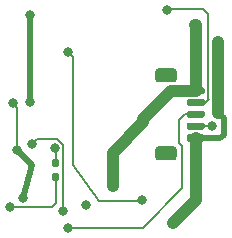
<source format=gbl>
G04 #@! TF.GenerationSoftware,KiCad,Pcbnew,5.1.10-88a1d61d58~90~ubuntu20.04.1*
G04 #@! TF.CreationDate,2021-09-13T06:15:53-04:00*
G04 #@! TF.ProjectId,SpaceCenter_TouchBoard_KiCAD,53706163-6543-4656-9e74-65725f546f75,rev?*
G04 #@! TF.SameCoordinates,Original*
G04 #@! TF.FileFunction,Copper,L2,Bot*
G04 #@! TF.FilePolarity,Positive*
%FSLAX46Y46*%
G04 Gerber Fmt 4.6, Leading zero omitted, Abs format (unit mm)*
G04 Created by KiCad (PCBNEW 5.1.10-88a1d61d58~90~ubuntu20.04.1) date 2021-09-13 06:15:53*
%MOMM*%
%LPD*%
G01*
G04 APERTURE LIST*
G04 #@! TA.AperFunction,ViaPad*
%ADD10C,0.800000*%
G04 #@! TD*
G04 #@! TA.AperFunction,Conductor*
%ADD11C,1.000000*%
G04 #@! TD*
G04 #@! TA.AperFunction,Conductor*
%ADD12C,0.500000*%
G04 #@! TD*
G04 #@! TA.AperFunction,Conductor*
%ADD13C,0.160020*%
G04 #@! TD*
G04 #@! TA.AperFunction,Conductor*
%ADD14C,0.160000*%
G04 #@! TD*
G04 APERTURE END LIST*
G04 #@! TA.AperFunction,SMDPad,CuDef*
G36*
G01*
X143448000Y-94283500D02*
X144698000Y-94283500D01*
G75*
G02*
X144848000Y-94433500I0J-150000D01*
G01*
X144848000Y-94733500D01*
G75*
G02*
X144698000Y-94883500I-150000J0D01*
G01*
X143448000Y-94883500D01*
G75*
G02*
X143298000Y-94733500I0J150000D01*
G01*
X143298000Y-94433500D01*
G75*
G02*
X143448000Y-94283500I150000J0D01*
G01*
G37*
G04 #@! TD.AperFunction*
G04 #@! TA.AperFunction,SMDPad,CuDef*
G36*
G01*
X143448000Y-95283500D02*
X144698000Y-95283500D01*
G75*
G02*
X144848000Y-95433500I0J-150000D01*
G01*
X144848000Y-95733500D01*
G75*
G02*
X144698000Y-95883500I-150000J0D01*
G01*
X143448000Y-95883500D01*
G75*
G02*
X143298000Y-95733500I0J150000D01*
G01*
X143298000Y-95433500D01*
G75*
G02*
X143448000Y-95283500I150000J0D01*
G01*
G37*
G04 #@! TD.AperFunction*
G04 #@! TA.AperFunction,SMDPad,CuDef*
G36*
G01*
X143448000Y-96283500D02*
X144698000Y-96283500D01*
G75*
G02*
X144848000Y-96433500I0J-150000D01*
G01*
X144848000Y-96733500D01*
G75*
G02*
X144698000Y-96883500I-150000J0D01*
G01*
X143448000Y-96883500D01*
G75*
G02*
X143298000Y-96733500I0J150000D01*
G01*
X143298000Y-96433500D01*
G75*
G02*
X143448000Y-96283500I150000J0D01*
G01*
G37*
G04 #@! TD.AperFunction*
G04 #@! TA.AperFunction,SMDPad,CuDef*
G36*
G01*
X143448000Y-97283500D02*
X144698000Y-97283500D01*
G75*
G02*
X144848000Y-97433500I0J-150000D01*
G01*
X144848000Y-97733500D01*
G75*
G02*
X144698000Y-97883500I-150000J0D01*
G01*
X143448000Y-97883500D01*
G75*
G02*
X143298000Y-97733500I0J150000D01*
G01*
X143298000Y-97433500D01*
G75*
G02*
X143448000Y-97283500I150000J0D01*
G01*
G37*
G04 #@! TD.AperFunction*
G04 #@! TA.AperFunction,SMDPad,CuDef*
G36*
G01*
X143448000Y-98283500D02*
X144698000Y-98283500D01*
G75*
G02*
X144848000Y-98433500I0J-150000D01*
G01*
X144848000Y-98733500D01*
G75*
G02*
X144698000Y-98883500I-150000J0D01*
G01*
X143448000Y-98883500D01*
G75*
G02*
X143298000Y-98733500I0J150000D01*
G01*
X143298000Y-98433500D01*
G75*
G02*
X143448000Y-98283500I150000J0D01*
G01*
G37*
G04 #@! TD.AperFunction*
G04 #@! TA.AperFunction,SMDPad,CuDef*
G36*
G01*
X140897999Y-92683500D02*
X142198001Y-92683500D01*
G75*
G02*
X142448000Y-92933499I0J-249999D01*
G01*
X142448000Y-93633501D01*
G75*
G02*
X142198001Y-93883500I-249999J0D01*
G01*
X140897999Y-93883500D01*
G75*
G02*
X140648000Y-93633501I0J249999D01*
G01*
X140648000Y-92933499D01*
G75*
G02*
X140897999Y-92683500I249999J0D01*
G01*
G37*
G04 #@! TD.AperFunction*
G04 #@! TA.AperFunction,SMDPad,CuDef*
G36*
G01*
X140897600Y-99283500D02*
X142198400Y-99283500D01*
G75*
G02*
X142448000Y-99533100I0J-249600D01*
G01*
X142448000Y-100233900D01*
G75*
G02*
X142198400Y-100483500I-249600J0D01*
G01*
X140897600Y-100483500D01*
G75*
G02*
X140648000Y-100233900I0J249600D01*
G01*
X140648000Y-99533100D01*
G75*
G02*
X140897600Y-99283500I249600J0D01*
G01*
G37*
G04 #@! TD.AperFunction*
G04 #@! TA.AperFunction,SMDPad,CuDef*
G36*
G01*
X132367000Y-102262300D02*
X132047000Y-102262300D01*
G75*
G02*
X131887000Y-102102300I0J160000D01*
G01*
X131887000Y-101707300D01*
G75*
G02*
X132047000Y-101547300I160000J0D01*
G01*
X132367000Y-101547300D01*
G75*
G02*
X132527000Y-101707300I0J-160000D01*
G01*
X132527000Y-102102300D01*
G75*
G02*
X132367000Y-102262300I-160000J0D01*
G01*
G37*
G04 #@! TD.AperFunction*
G04 #@! TA.AperFunction,SMDPad,CuDef*
G36*
G01*
X132367000Y-101067300D02*
X132047000Y-101067300D01*
G75*
G02*
X131887000Y-100907300I0J160000D01*
G01*
X131887000Y-100512300D01*
G75*
G02*
X132047000Y-100352300I160000J0D01*
G01*
X132367000Y-100352300D01*
G75*
G02*
X132527000Y-100512300I0J-160000D01*
G01*
X132527000Y-100907300D01*
G75*
G02*
X132367000Y-101067300I-160000J0D01*
G01*
G37*
G04 #@! TD.AperFunction*
D10*
X137033000Y-102616000D03*
X144043400Y-89027000D03*
X130048000Y-88214200D03*
X130048000Y-95580200D03*
X145923000Y-90487500D03*
X142113000Y-105791000D03*
X134797800Y-104292400D03*
X128955800Y-99644200D03*
X128569000Y-95631000D03*
X129463800Y-103657400D03*
X141605000Y-87757000D03*
X133299200Y-106172000D03*
X145478500Y-97599500D03*
X133223000Y-91313000D03*
X139522200Y-103835200D03*
X132181600Y-99466400D03*
X128371600Y-104444800D03*
X130225800Y-99110800D03*
X132816600Y-104749600D03*
D11*
X144073000Y-94583500D02*
X142652500Y-94583500D01*
X142652500Y-94583500D02*
X142017500Y-94583500D01*
X142017500Y-94583500D02*
X139636500Y-96964500D01*
X139636500Y-96964500D02*
X139636500Y-97218500D01*
X137033000Y-99822000D02*
X137033000Y-102616000D01*
X139636500Y-97218500D02*
X137033000Y-99822000D01*
X144073000Y-94583500D02*
X144073000Y-91114000D01*
X144073000Y-89056600D02*
X144043400Y-89027000D01*
X144073000Y-91114000D02*
X144073000Y-89056600D01*
D12*
X130048000Y-88214200D02*
X130048000Y-95580200D01*
D11*
X144073000Y-98583500D02*
X144073000Y-102942000D01*
D12*
X144073000Y-98583500D02*
X146145500Y-98583500D01*
X146145500Y-98583500D02*
X146431000Y-98298000D01*
X146431000Y-98298000D02*
X146431000Y-96901000D01*
X146431000Y-96901000D02*
X145986500Y-96456500D01*
D11*
X145986500Y-90551000D02*
X145923000Y-90487500D01*
X145986500Y-96456500D02*
X145986500Y-90551000D01*
X144073000Y-103831000D02*
X142113000Y-105791000D01*
X144073000Y-102942000D02*
X144073000Y-103831000D01*
D13*
X128955800Y-99644200D02*
X128955800Y-96291400D01*
X128955800Y-96017800D02*
X128569000Y-95631000D01*
X128955800Y-96291400D02*
X128955800Y-96017800D01*
D12*
X130200400Y-100888800D02*
X128955800Y-99644200D01*
X129463800Y-103657400D02*
X130200400Y-100888800D01*
D14*
X144073000Y-95583500D02*
X144891000Y-95583500D01*
X144891000Y-95583500D02*
X145161000Y-95313500D01*
X145142991Y-95295491D02*
X145142991Y-88119991D01*
X145161000Y-95313500D02*
X145142991Y-95295491D01*
X145142991Y-88119991D02*
X144698490Y-87675490D01*
X144698490Y-87675490D02*
X142194510Y-87675490D01*
X141686510Y-87675490D02*
X141605000Y-87757000D01*
X142194510Y-87675490D02*
X141686510Y-87675490D01*
X143129000Y-96583500D02*
X144073000Y-96583500D01*
X142684500Y-98996500D02*
X142684500Y-97028000D01*
X142684500Y-97028000D02*
X143129000Y-96583500D01*
X142938500Y-102806500D02*
X142938500Y-99250500D01*
X139573000Y-106172000D02*
X142938500Y-102806500D01*
X142938500Y-99250500D02*
X142684500Y-98996500D01*
X133299200Y-106172000D02*
X139573000Y-106172000D01*
X145462500Y-97583500D02*
X145478500Y-97599500D01*
X144073000Y-97583500D02*
X145462500Y-97583500D01*
X133159500Y-91376500D02*
X133223000Y-91313000D01*
X135890000Y-103886000D02*
X133680200Y-100863400D01*
X139471400Y-103886000D02*
X135890000Y-103886000D01*
X139522200Y-103835200D02*
X139471400Y-103886000D01*
D13*
X133680200Y-91770200D02*
X133223000Y-91313000D01*
X133680200Y-100863400D02*
X133680200Y-91770200D01*
D14*
X132207000Y-99491800D02*
X132181600Y-99466400D01*
X132207000Y-100709800D02*
X132207000Y-99491800D01*
X128371600Y-104444800D02*
X131876800Y-104444800D01*
X132207000Y-104114600D02*
X132207000Y-101904800D01*
X131876800Y-104444800D02*
X132207000Y-104114600D01*
D13*
X132821611Y-99159194D02*
X132366817Y-98704400D01*
X132821611Y-104744589D02*
X132821611Y-99159194D01*
X132816600Y-104749600D02*
X132821611Y-104744589D01*
X130632200Y-98704400D02*
X130225800Y-99110800D01*
X132366817Y-98704400D02*
X130632200Y-98704400D01*
M02*

</source>
